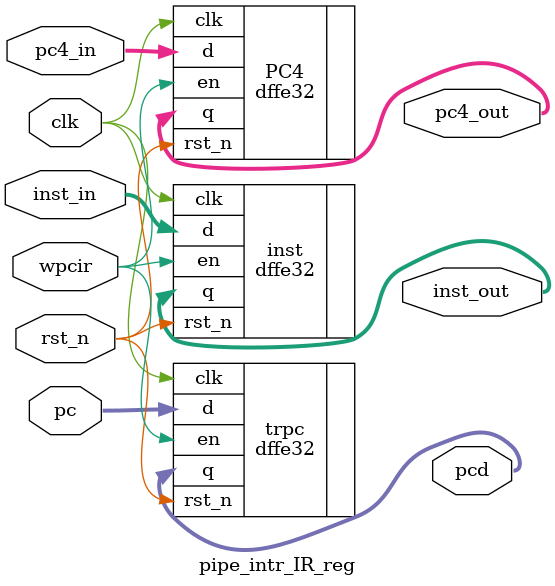
<source format=v>
module pipe_intr_IR_reg (inst_in,pc4_in,clk,rst_n,wpcir,pc4_out,inst_out,pc,pcd);
	input [31:0] inst_in,pc4_in,pc;
	input clk,rst_n,wpcir;
	output [31:0] pc4_out,inst_out,pcd;
	
	dffe32 PC4 (.d(pc4_in),.clk(clk),.rst_n(rst_n),.en(wpcir),.q(pc4_out));
	dffe32 inst (.d(inst_in),.clk(clk),.rst_n(rst_n),.en(wpcir),.q(inst_out));
    dffe32 trpc (.d(pc),.clk(clk),.rst_n(rst_n),.en(wpcir),.q(pcd));
endmodule
</source>
